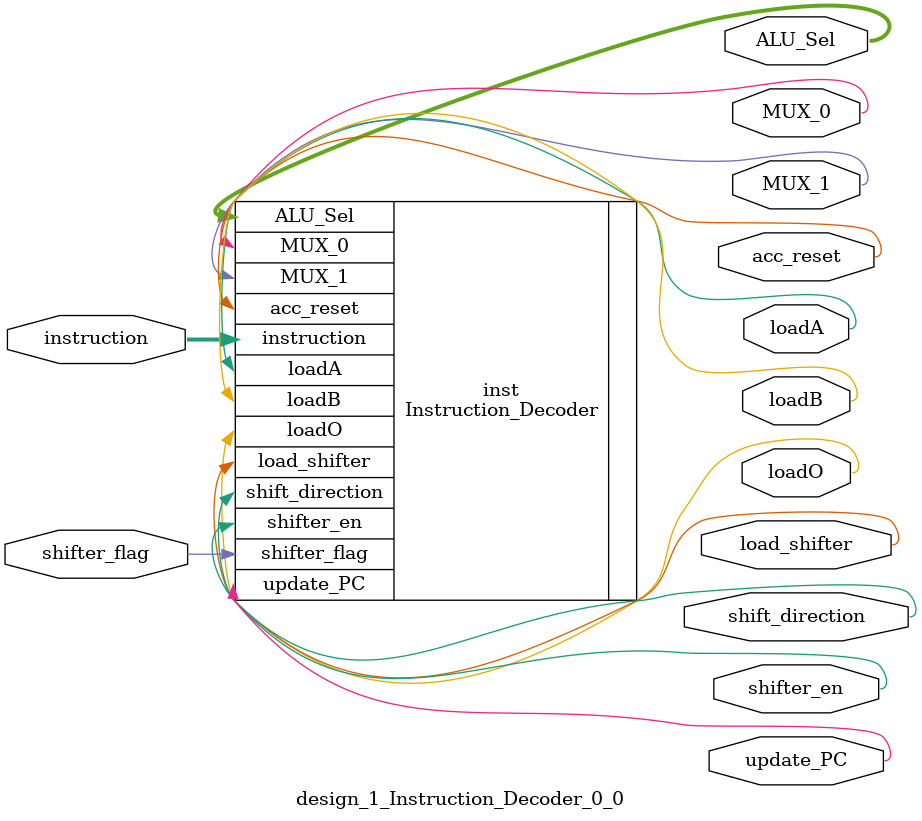
<source format=v>



// IP VLNV: xilinx.com:module_ref:Instruction_Decoder:1.0
// IP Revision: 1

`timescale 1ns/1ps

(* IP_DEFINITION_SOURCE = "module_ref" *)
(* DowngradeIPIdentifiedWarnings = "yes" *)
module design_1_Instruction_Decoder_0_0 (
  instruction,
  shifter_flag,
  loadA,
  loadB,
  loadO,
  MUX_0,
  MUX_1,
  shift_direction,
  shifter_en,
  load_shifter,
  ALU_Sel,
  update_PC,
  acc_reset
);

input wire [3 : 0] instruction;
input wire shifter_flag;
output wire loadA;
output wire loadB;
output wire loadO;
output wire MUX_0;
output wire MUX_1;
output wire shift_direction;
output wire shifter_en;
output wire load_shifter;
output wire [3 : 0] ALU_Sel;
output wire update_PC;
(* X_INTERFACE_PARAMETER = "XIL_INTERFACENAME acc_reset, POLARITY ACTIVE_LOW, INSERT_VIP 0" *)
(* X_INTERFACE_INFO = "xilinx.com:signal:reset:1.0 acc_reset RST" *)
output wire acc_reset;

  Instruction_Decoder inst (
    .instruction(instruction),
    .shifter_flag(shifter_flag),
    .loadA(loadA),
    .loadB(loadB),
    .loadO(loadO),
    .MUX_0(MUX_0),
    .MUX_1(MUX_1),
    .shift_direction(shift_direction),
    .shifter_en(shifter_en),
    .load_shifter(load_shifter),
    .ALU_Sel(ALU_Sel),
    .update_PC(update_PC),
    .acc_reset(acc_reset)
  );
endmodule

</source>
